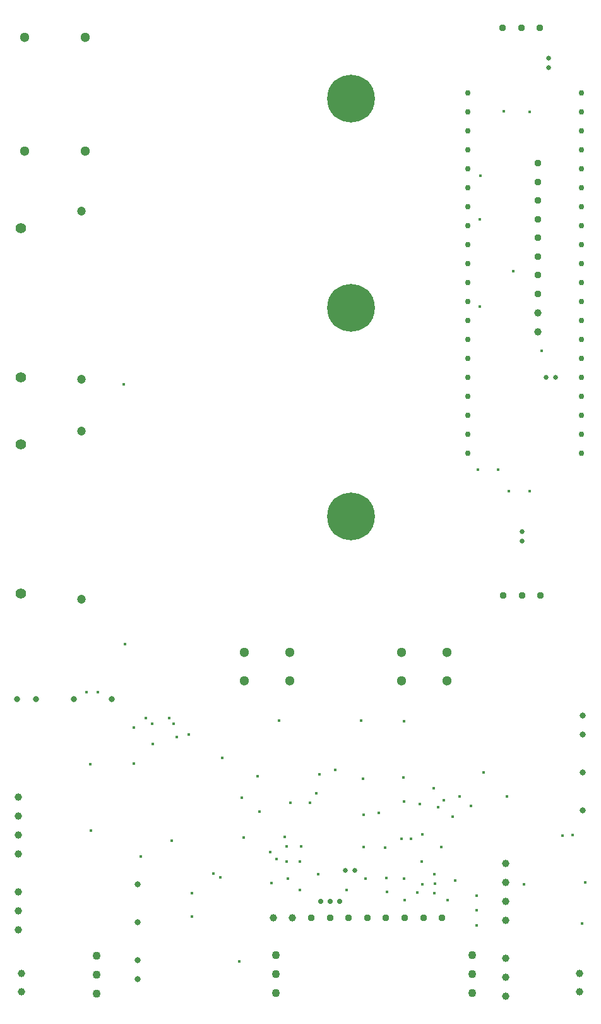
<source format=gbr>
%TF.GenerationSoftware,KiCad,Pcbnew,7.0.9*%
%TF.CreationDate,2024-10-22T00:58:30+05:30*%
%TF.ProjectId,Inverter,496e7665-7274-4657-922e-6b696361645f,rev?*%
%TF.SameCoordinates,Original*%
%TF.FileFunction,Plated,1,6,PTH,Drill*%
%TF.FilePolarity,Positive*%
%FSLAX46Y46*%
G04 Gerber Fmt 4.6, Leading zero omitted, Abs format (unit mm)*
G04 Created by KiCad (PCBNEW 7.0.9) date 2024-10-22 00:58:30*
%MOMM*%
%LPD*%
G01*
G04 APERTURE LIST*
%TA.AperFunction,ViaDrill*%
%ADD10C,0.400000*%
%TD*%
%TA.AperFunction,ComponentDrill*%
%ADD11C,0.650000*%
%TD*%
%TA.AperFunction,ComponentDrill*%
%ADD12C,0.700000*%
%TD*%
%TA.AperFunction,ComponentDrill*%
%ADD13C,0.762000*%
%TD*%
%TA.AperFunction,ComponentDrill*%
%ADD14C,0.800000*%
%TD*%
%TA.AperFunction,ComponentDrill*%
%ADD15C,0.950000*%
%TD*%
%TA.AperFunction,ComponentDrill*%
%ADD16C,1.000000*%
%TD*%
%TA.AperFunction,ComponentDrill*%
%ADD17C,1.100000*%
%TD*%
%TA.AperFunction,ComponentDrill*%
%ADD18C,1.200000*%
%TD*%
%TA.AperFunction,ComponentDrill*%
%ADD19C,1.300000*%
%TD*%
%TA.AperFunction,ComponentDrill*%
%ADD20C,1.400000*%
%TD*%
%TA.AperFunction,ComponentDrill*%
%ADD21C,6.400000*%
%TD*%
G04 APERTURE END LIST*
D10*
X25549000Y-120721000D03*
X26035000Y-130429000D03*
X26137000Y-139319000D03*
X27073000Y-120721000D03*
X30500000Y-79550000D03*
X30700000Y-114350000D03*
X31877000Y-125476000D03*
X31877000Y-130302000D03*
X32850000Y-142750000D03*
X33500000Y-124250000D03*
X34350000Y-124950000D03*
X34400000Y-127700000D03*
X36600000Y-124250000D03*
X36982400Y-140665200D03*
X37200000Y-124950000D03*
X37650000Y-126800000D03*
X39250000Y-126400000D03*
X39662200Y-147653300D03*
X39662200Y-150778300D03*
X42516080Y-145035270D03*
X43450000Y-145550000D03*
X43723749Y-129550275D03*
X46050600Y-156845000D03*
X46355000Y-134874000D03*
X46650000Y-140200000D03*
X48487500Y-131977500D03*
X48729500Y-136779000D03*
X50200000Y-142137898D03*
X50368200Y-146354800D03*
X51054000Y-143136900D03*
X51348000Y-124587000D03*
X52140106Y-140167201D03*
X52400200Y-141452600D03*
X52400200Y-143417800D03*
X52578000Y-145771100D03*
X52920645Y-135580944D03*
X54152800Y-147220100D03*
X54168098Y-143443200D03*
X54330600Y-141427200D03*
X55494201Y-135560703D03*
X56362600Y-134312400D03*
X56565800Y-145161000D03*
X56750000Y-131800000D03*
X58928000Y-131191000D03*
X60401200Y-147220100D03*
X62385200Y-124587000D03*
X62636400Y-132384800D03*
X62661800Y-137210800D03*
X62700000Y-141500000D03*
X62915800Y-145771100D03*
X64706100Y-136956800D03*
X65582800Y-141579600D03*
X65735200Y-145643600D03*
X65836800Y-147472400D03*
X67741800Y-140411200D03*
X68000000Y-132155300D03*
X68100000Y-124650000D03*
X68148200Y-135407400D03*
X68148200Y-145770600D03*
X68206000Y-148640800D03*
X69037200Y-140436600D03*
X69900800Y-147574000D03*
X70250000Y-135750000D03*
X70485000Y-143468600D03*
X70561200Y-139827000D03*
X70586600Y-146481800D03*
X72125898Y-133654800D03*
X72161400Y-147675600D03*
X72212200Y-145135600D03*
X72250000Y-146400000D03*
X72694800Y-136144000D03*
X73152000Y-141478000D03*
X73456800Y-135229600D03*
X74000000Y-148650000D03*
X74599800Y-137414000D03*
X75000000Y-146000000D03*
X75539600Y-134696200D03*
X77114400Y-135966200D03*
X77834600Y-148005800D03*
X77834600Y-149987000D03*
X77834600Y-151968200D03*
X78000000Y-90950000D03*
X78300000Y-57450000D03*
X78300000Y-69100000D03*
X78350000Y-51550000D03*
X78816200Y-131546600D03*
X80750000Y-90950000D03*
X81500000Y-42950000D03*
X81900000Y-134700000D03*
X82200000Y-93800000D03*
X82750000Y-64350000D03*
X84226400Y-146456400D03*
X84950000Y-43000000D03*
X84950000Y-93800000D03*
X86600000Y-75050000D03*
X89382600Y-140004800D03*
X90754200Y-139877800D03*
X91998800Y-151714200D03*
X92430600Y-146278600D03*
D11*
%TO.C,J9*%
X60250000Y-144600000D03*
X61520000Y-144600000D03*
%TO.C,J10*%
X83950000Y-99250000D03*
X83950000Y-100520000D03*
%TO.C,J8*%
X87150000Y-78550000D03*
%TO.C,J11*%
X87500000Y-35850000D03*
X87500000Y-37120000D03*
%TO.C,J8*%
X88420000Y-78550000D03*
D12*
%TO.C,J4*%
X56921400Y-148742400D03*
X58191400Y-148742400D03*
X59461400Y-148742400D03*
D13*
%TO.C,U9*%
X76680000Y-40470000D03*
X76680000Y-43010000D03*
X76680000Y-45550000D03*
X76680000Y-48090000D03*
X76680000Y-50630000D03*
X76680000Y-53170000D03*
X76680000Y-55710000D03*
X76680000Y-58250000D03*
X76680000Y-60790000D03*
X76680000Y-63330000D03*
X76680000Y-65870000D03*
X76680000Y-68410000D03*
X76680000Y-70950000D03*
X76680000Y-73490000D03*
X76680000Y-76030000D03*
X76680000Y-78570000D03*
X76680000Y-81110000D03*
X76680000Y-83650000D03*
X76680000Y-86190000D03*
X76680000Y-88730000D03*
X91920000Y-40470000D03*
X91920000Y-43010000D03*
X91920000Y-45550000D03*
X91920000Y-48090000D03*
X91920000Y-50630000D03*
X91920000Y-53170000D03*
X91920000Y-55710000D03*
X91920000Y-58250000D03*
X91920000Y-60790000D03*
X91920000Y-63330000D03*
X91920000Y-65870000D03*
X91920000Y-68410000D03*
X91920000Y-70950000D03*
X91920000Y-73490000D03*
X91920000Y-76030000D03*
X91920000Y-78570000D03*
X91920000Y-81110000D03*
X91920000Y-83650000D03*
X91920000Y-86190000D03*
X91920000Y-88730000D03*
D14*
%TO.C,IC3*%
X16256000Y-121666000D03*
X18796000Y-121666000D03*
X23876000Y-121666000D03*
X28956000Y-121666000D03*
%TO.C,IC2*%
X32411800Y-146528200D03*
X32411800Y-151608200D03*
X32411800Y-156688200D03*
X32411800Y-159228200D03*
%TO.C,IC4*%
X92075000Y-123850000D03*
X92075000Y-126390000D03*
X92075000Y-131470000D03*
X92075000Y-136550000D03*
D15*
%TO.C,J2*%
X55706000Y-150977600D03*
X58206000Y-150977600D03*
X60706000Y-150977600D03*
X63206000Y-150977600D03*
X65706000Y-150977600D03*
X68206000Y-150977600D03*
X70706000Y-150977600D03*
X73206000Y-150977600D03*
%TO.C,J7*%
X81350000Y-31800000D03*
%TO.C,J6*%
X81450000Y-107800000D03*
%TO.C,J7*%
X83850000Y-31800000D03*
%TO.C,J6*%
X83950000Y-107800000D03*
%TO.C,J5*%
X86100000Y-49900000D03*
X86100000Y-52400000D03*
X86100000Y-54900000D03*
X86100000Y-57400000D03*
X86100000Y-59900000D03*
X86100000Y-62400000D03*
X86100000Y-64900000D03*
X86100000Y-67400000D03*
%TO.C,J7*%
X86350000Y-31800000D03*
%TO.C,J6*%
X86450000Y-107800000D03*
D16*
%TO.C,PS1*%
X16365000Y-134815500D03*
X16365000Y-137355500D03*
X16365000Y-139895500D03*
X16365000Y-142435500D03*
X16365000Y-147515500D03*
X16365000Y-150055500D03*
X16365000Y-152595500D03*
%TO.C,J1*%
X16835800Y-158414400D03*
X16835800Y-160914400D03*
%TO.C,J12*%
X50620000Y-150977600D03*
X53160000Y-150977600D03*
%TO.C,PS2*%
X81744600Y-143660000D03*
X81744600Y-146200000D03*
X81744600Y-148740000D03*
X81744600Y-151280000D03*
X81744600Y-156360000D03*
X81744600Y-158900000D03*
X81744600Y-161440000D03*
%TO.C,J13*%
X86100000Y-69940000D03*
X86100000Y-72480000D03*
%TO.C,J3*%
X91622200Y-158414400D03*
X91622200Y-160914400D03*
D17*
%TO.C,U1*%
X26873200Y-156032200D03*
X26873200Y-158572200D03*
X26873200Y-161112200D03*
%TO.C,U3*%
X50895000Y-156010000D03*
X50895000Y-158550000D03*
X50895000Y-161090000D03*
%TO.C,U2*%
X77266800Y-155994500D03*
X77266800Y-158534500D03*
X77266800Y-161074500D03*
D18*
%TO.C,C25*%
X24892000Y-56314000D03*
X24892000Y-78814000D03*
%TO.C,C24*%
X24892000Y-85778000D03*
X24892000Y-108278000D03*
D19*
%TO.C,D7*%
X17272000Y-33020000D03*
X17272000Y-48260000D03*
%TO.C,D8*%
X25400000Y-33020000D03*
X25400000Y-48260000D03*
%TO.C,U7*%
X46659800Y-115402800D03*
X46659800Y-119212800D03*
X52755800Y-115402800D03*
X52755800Y-119212800D03*
X67741800Y-115402800D03*
X67741800Y-119212800D03*
X73837800Y-115402800D03*
X73837800Y-119212800D03*
D20*
%TO.C,R5*%
X16764000Y-58580000D03*
X16764000Y-78580000D03*
%TO.C,R6*%
X16764000Y-87536000D03*
X16764000Y-107536000D03*
D21*
%TO.C,U7*%
X61010800Y-41249800D03*
X61010800Y-69249800D03*
X61010800Y-97249800D03*
M02*

</source>
